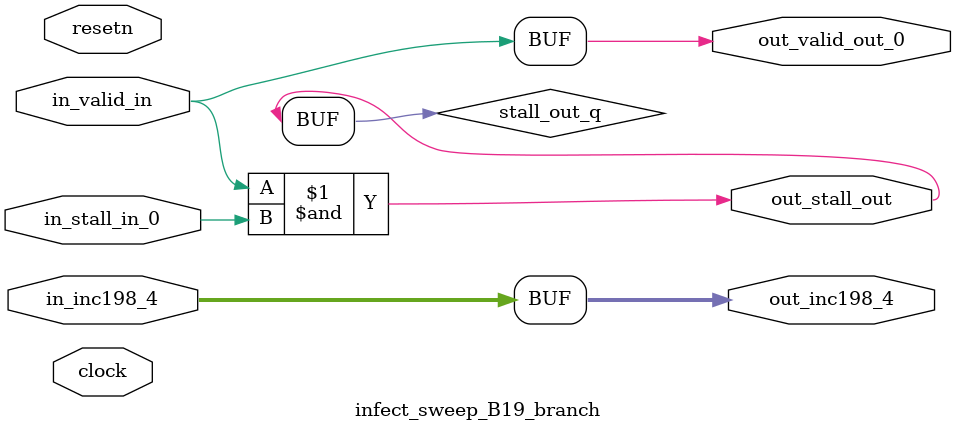
<source format=sv>



(* altera_attribute = "-name AUTO_SHIFT_REGISTER_RECOGNITION OFF; -name MESSAGE_DISABLE 10036; -name MESSAGE_DISABLE 10037; -name MESSAGE_DISABLE 14130; -name MESSAGE_DISABLE 14320; -name MESSAGE_DISABLE 15400; -name MESSAGE_DISABLE 14130; -name MESSAGE_DISABLE 10036; -name MESSAGE_DISABLE 12020; -name MESSAGE_DISABLE 12030; -name MESSAGE_DISABLE 12010; -name MESSAGE_DISABLE 12110; -name MESSAGE_DISABLE 14320; -name MESSAGE_DISABLE 13410; -name MESSAGE_DISABLE 113007; -name MESSAGE_DISABLE 10958" *)
module infect_sweep_B19_branch (
    input wire [31:0] in_inc198_4,
    input wire [0:0] in_stall_in_0,
    input wire [0:0] in_valid_in,
    output wire [31:0] out_inc198_4,
    output wire [0:0] out_stall_out,
    output wire [0:0] out_valid_out_0,
    input wire clock,
    input wire resetn
    );

    wire [0:0] stall_out_q;


    // out_inc198_4(GPOUT,5)
    assign out_inc198_4 = in_inc198_4;

    // stall_out(LOGICAL,8)
    assign stall_out_q = in_valid_in & in_stall_in_0;

    // out_stall_out(GPOUT,6)
    assign out_stall_out = stall_out_q;

    // out_valid_out_0(GPOUT,7)
    assign out_valid_out_0 = in_valid_in;

endmodule

</source>
